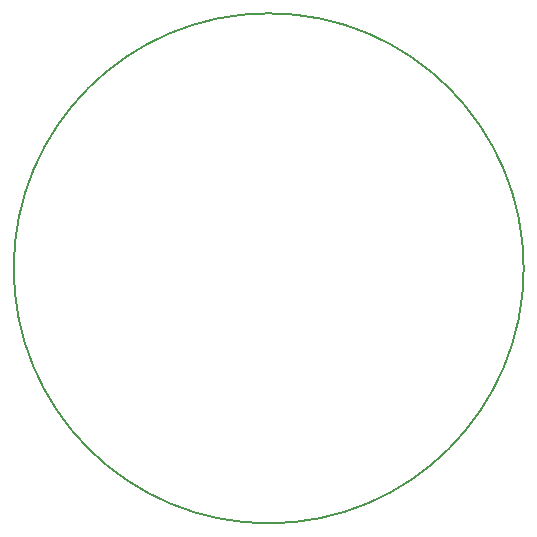
<source format=gm1>
G04 #@! TF.FileFunction,Profile,NP*
%FSLAX46Y46*%
G04 Gerber Fmt 4.6, Leading zero omitted, Abs format (unit mm)*
G04 Created by KiCad (PCBNEW 4.0.7) date 06/15/18 16:22:59*
%MOMM*%
%LPD*%
G01*
G04 APERTURE LIST*
%ADD10C,0.100000*%
%ADD11C,0.150000*%
G04 APERTURE END LIST*
D10*
D11*
X121920000Y-100330000D02*
G75*
G03X143510000Y-121920000I21590000J0D01*
G01*
X143510000Y-121920000D02*
G75*
G03X165100000Y-100330000I0J21590000D01*
G01*
X165100000Y-100330000D02*
G75*
G03X143510000Y-78740000I-21590000J0D01*
G01*
X143510000Y-78740000D02*
G75*
G03X121920000Y-100330000I0J-21590000D01*
G01*
M02*

</source>
